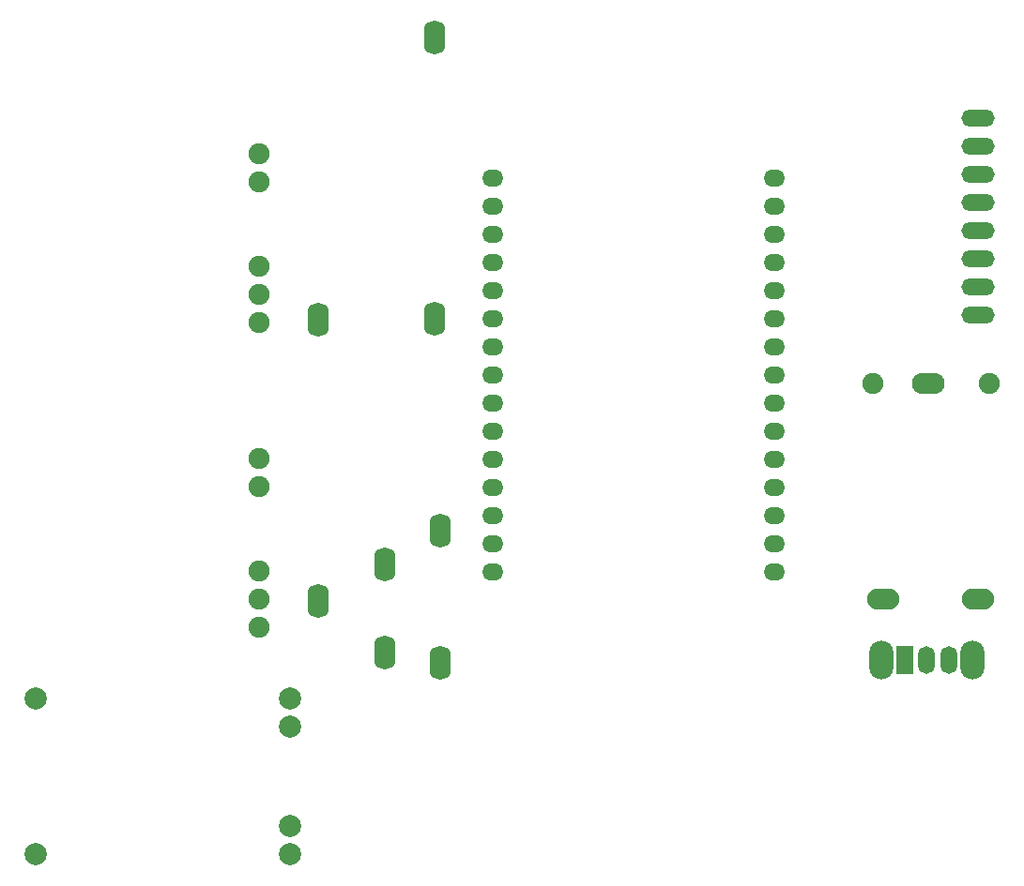
<source format=gbr>
%TF.GenerationSoftware,KiCad,Pcbnew,9.0.1*%
%TF.CreationDate,2025-05-14T15:59:23+08:00*%
%TF.ProjectId,emgPCB,656d6750-4342-42e6-9b69-6361645f7063,rev?*%
%TF.SameCoordinates,Original*%
%TF.FileFunction,Copper,L2,Bot*%
%TF.FilePolarity,Positive*%
%FSLAX46Y46*%
G04 Gerber Fmt 4.6, Leading zero omitted, Abs format (unit mm)*
G04 Created by KiCad (PCBNEW 9.0.1) date 2025-05-14 15:59:23*
%MOMM*%
%LPD*%
G01*
G04 APERTURE LIST*
G04 Aperture macros list*
%AMRoundRect*
0 Rectangle with rounded corners*
0 $1 Rounding radius*
0 $2 $3 $4 $5 $6 $7 $8 $9 X,Y pos of 4 corners*
0 Add a 4 corners polygon primitive as box body*
4,1,4,$2,$3,$4,$5,$6,$7,$8,$9,$2,$3,0*
0 Add four circle primitives for the rounded corners*
1,1,$1+$1,$2,$3*
1,1,$1+$1,$4,$5*
1,1,$1+$1,$6,$7*
1,1,$1+$1,$8,$9*
0 Add four rect primitives between the rounded corners*
20,1,$1+$1,$2,$3,$4,$5,0*
20,1,$1+$1,$4,$5,$6,$7,0*
20,1,$1+$1,$6,$7,$8,$9,0*
20,1,$1+$1,$8,$9,$2,$3,0*%
G04 Aperture macros list end*
%TA.AperFunction,ComponentPad*%
%ADD10RoundRect,0.799900X0.150100X-0.700100X0.150100X0.700100X-0.150100X0.700100X-0.150100X-0.700100X0*%
%TD*%
%TA.AperFunction,ComponentPad*%
%ADD11RoundRect,0.799900X-0.150100X0.700100X-0.150100X-0.700100X0.150100X-0.700100X0.150100X0.700100X0*%
%TD*%
%TA.AperFunction,ComponentPad*%
%ADD12O,1.900000X1.524000*%
%TD*%
%TA.AperFunction,ComponentPad*%
%ADD13O,2.200000X3.500000*%
%TD*%
%TA.AperFunction,ComponentPad*%
%ADD14R,1.500000X2.500000*%
%TD*%
%TA.AperFunction,ComponentPad*%
%ADD15O,1.500000X2.500000*%
%TD*%
%TA.AperFunction,ComponentPad*%
%ADD16O,2.905000X1.905000*%
%TD*%
%TA.AperFunction,ComponentPad*%
%ADD17C,1.905000*%
%TD*%
%TA.AperFunction,ComponentPad*%
%ADD18O,2.952500X1.905000*%
%TD*%
%TA.AperFunction,ComponentPad*%
%ADD19C,2.000000*%
%TD*%
%TA.AperFunction,ComponentPad*%
%ADD20O,3.000000X1.500000*%
%TD*%
G04 APERTURE END LIST*
D10*
%TO.P,R4,2*%
%TO.N,Net-(BC1-VOUT-)*%
X140000000Y-50300000D03*
%TO.P,R4,1*%
%TO.N,Net-(EMG_v2--Vs)*%
X140000000Y-75700000D03*
%TD*%
D11*
%TO.P,R3,1*%
%TO.N,Net-(EMG_v2-+Vs)*%
X129500000Y-75800000D03*
%TO.P,R3,2*%
%TO.N,Net-(BC1-VOUT+)*%
X129500000Y-101200000D03*
%TD*%
%TO.P,R1,1*%
%TO.N,Net-(EMG_v1--Vs)*%
X140500000Y-94785000D03*
%TO.P,R1,2*%
%TO.N,Net-(BC1-VOUT-)*%
X140500000Y-106723000D03*
%TD*%
D10*
%TO.P,R2,1*%
%TO.N,Net-(BC1-GND)*%
X135519500Y-105853000D03*
%TO.P,R2,2*%
%TO.N,Net-(EMG_v1-GND-Pad1)*%
X135519500Y-97853000D03*
%TD*%
D12*
%TO.P,U1,1,VIN*%
%TO.N,Net-(BC1-VOUT+)*%
X145252460Y-98500000D03*
%TO.P,U1,16,3.3v*%
%TO.N,unconnected-(U1-3.3v-Pad16)*%
X170652460Y-98500000D03*
%TO.P,U1,2,GND*%
%TO.N,Net-(EMG_v1-GND-Pad1)*%
X145252460Y-95960000D03*
%TO.P,U1,17,GND*%
%TO.N,unconnected-(U1-GND-Pad17)*%
X170652460Y-95960000D03*
%TO.P,U1,3,GPIO13*%
%TO.N,unconnected-(U1-GPIO13-Pad3)*%
X145252460Y-93420000D03*
%TO.P,U1,18,GPIO15*%
%TO.N,unconnected-(U1-GPIO15-Pad18)*%
X170652460Y-93420000D03*
%TO.P,U1,4,GPIO12*%
%TO.N,unconnected-(U1-GPIO12-Pad4)*%
X145252460Y-90880000D03*
%TO.P,U1,19,GPIO2*%
%TO.N,unconnected-(U1-GPIO2-Pad19)*%
X170652460Y-90880000D03*
%TO.P,U1,5,GPIO14*%
%TO.N,unconnected-(U1-GPIO14-Pad5)*%
X145252460Y-88340000D03*
%TO.P,U1,20,GPIO4*%
%TO.N,unconnected-(U1-GPIO4-Pad20)*%
X170652460Y-88340000D03*
%TO.P,U1,6,GPIO27*%
%TO.N,unconnected-(U1-GPIO27-Pad6)*%
X145252460Y-85800000D03*
%TO.P,U1,21,GPIO16*%
%TO.N,unconnected-(U1-GPIO16-Pad21)*%
X170652460Y-85800000D03*
%TO.P,U1,7,GPIO26*%
%TO.N,unconnected-(U1-GPIO26-Pad7)*%
X145252460Y-83260000D03*
%TO.P,U1,22,GPIO17*%
%TO.N,unconnected-(U1-GPIO17-Pad22)*%
X170652460Y-83260000D03*
%TO.P,U1,8,GPIO25*%
%TO.N,unconnected-(U1-GPIO25-Pad8)*%
X145252460Y-80720000D03*
%TO.P,U1,23,GPIO5*%
%TO.N,unconnected-(U1-GPIO5-Pad23)*%
X170652460Y-80720000D03*
%TO.P,U1,9,GPIO33*%
%TO.N,unconnected-(U1-GPIO33-Pad9)*%
X145252460Y-78180000D03*
%TO.P,U1,24,GPIO18*%
%TO.N,unconnected-(U1-GPIO18-Pad24)*%
X170652460Y-78180000D03*
%TO.P,U1,10,GPIO32*%
%TO.N,Net-(EMG_v1-SIG)*%
X145252460Y-75640000D03*
%TO.P,U1,25,GPIO19*%
%TO.N,unconnected-(U1-GPIO19-Pad25)*%
X170652460Y-75640000D03*
%TO.P,U1,11,GPIO35*%
%TO.N,unconnected-(U1-GPIO35-Pad11)*%
X145252460Y-73100000D03*
%TO.P,U1,26,GPIO21*%
%TO.N,Net-(U1-GPIO21)*%
X170652460Y-73100000D03*
%TO.P,U1,12,GPIO34*%
%TO.N,Net-(EMG_v2-SIG)*%
X145252460Y-70560000D03*
%TO.P,U1,27,GPIO3*%
%TO.N,unconnected-(U1-GPIO3-Pad27)*%
X170652460Y-70560000D03*
%TO.P,U1,13,GPIO39*%
%TO.N,unconnected-(U1-GPIO39-Pad13)*%
X145252460Y-68020000D03*
%TO.P,U1,28,GPIO1*%
%TO.N,unconnected-(U1-GPIO1-Pad28)*%
X170652460Y-68020000D03*
%TO.P,U1,14,GPIO36*%
%TO.N,unconnected-(U1-GPIO36-Pad14)*%
X145252460Y-65480000D03*
%TO.P,U1,29,GPIO22*%
%TO.N,Net-(U1-GPIO22)*%
X170652460Y-65480000D03*
%TO.P,U1,15,EN*%
%TO.N,unconnected-(U1-EN-Pad15)*%
X145252460Y-62940000D03*
%TO.P,U1,30,GPIO23*%
%TO.N,unconnected-(U1-GPIO23-Pad30)*%
X170652460Y-62940000D03*
%TD*%
D13*
%TO.P,SW1,*%
%TO.N,*%
X180300000Y-106500000D03*
X188500000Y-106500000D03*
D14*
%TO.P,SW1,1,A*%
%TO.N,Net-(SW1A-A)*%
X182400000Y-106500000D03*
D15*
%TO.P,SW1,2,B*%
%TO.N,Net-(BC1-VIN+)*%
X184400000Y-106500000D03*
%TO.P,SW1,3*%
%TO.N,N/C*%
X186400000Y-106500000D03*
%TD*%
D16*
%TO.P,BC1,1,VIN+*%
%TO.N,Net-(BC1-VIN+)*%
X180500000Y-101000000D03*
%TO.P,BC1,2,VIN-*%
%TO.N,Net-(BC1-VIN-)*%
X189000000Y-101000000D03*
D17*
%TO.P,BC1,3,VOUT+*%
%TO.N,Net-(BC1-VOUT+)*%
X179500000Y-81500000D03*
%TO.P,BC1,4,VOUT-*%
%TO.N,Net-(BC1-VOUT-)*%
X190000000Y-81500000D03*
D18*
%TO.P,BC1,5,GND*%
%TO.N,Net-(BC1-GND)*%
X184523750Y-81500000D03*
%TD*%
D17*
%TO.P,EMG_v2,1,GND*%
%TO.N,Net-(EMG_v1-GND-Pad1)*%
X124200500Y-60759800D03*
%TO.P,EMG_v2,2,SIG*%
%TO.N,Net-(EMG_v2-SIG)*%
X124200500Y-63299800D03*
%TO.P,EMG_v2,3,-Vs*%
%TO.N,Net-(EMG_v2--Vs)*%
X124200500Y-70919800D03*
%TO.P,EMG_v2,4,GND*%
%TO.N,Net-(EMG_v1-GND-Pad1)*%
X124200500Y-73459800D03*
%TO.P,EMG_v2,5,+Vs*%
%TO.N,Net-(EMG_v2-+Vs)*%
X124200500Y-75999800D03*
%TD*%
%TO.P,EMG_v1,1,GND*%
%TO.N,Net-(EMG_v1-GND-Pad1)*%
X124200500Y-88259800D03*
%TO.P,EMG_v1,2,SIG*%
%TO.N,Net-(EMG_v1-SIG)*%
X124200500Y-90799800D03*
%TO.P,EMG_v1,3,-Vs*%
%TO.N,Net-(EMG_v1--Vs)*%
X124200500Y-98419800D03*
%TO.P,EMG_v1,4,GND*%
%TO.N,Net-(EMG_v1-GND-Pad1)*%
X124200500Y-100959800D03*
%TO.P,EMG_v1,5,+Vs*%
%TO.N,Net-(BC1-VOUT+)*%
X124200500Y-103499800D03*
%TD*%
D19*
%TO.P,TP4056_1,4,BAT-*%
%TO.N,Net-(BT1--)*%
X127000000Y-121460000D03*
%TO.P,TP4056_1,3,BAT+*%
%TO.N,Net-(BT1-+)*%
X127000000Y-112540000D03*
%TO.P,TP4056_1,6,OUT-*%
%TO.N,Net-(BC1-VIN-)*%
X127000000Y-124000000D03*
%TO.P,TP4056_1,5,OUT+*%
%TO.N,Net-(SW1A-A)*%
X127000000Y-110000000D03*
%TO.P,TP4056_1,2,IN-*%
%TO.N,unconnected-(TP4056_1-IN--Pad2)*%
X104000000Y-124000000D03*
%TO.P,TP4056_1,1,IN+*%
%TO.N,unconnected-(TP4056_1-IN+-Pad1)*%
X104000000Y-110000000D03*
%TD*%
D20*
%TO.P,ACC1,AD0,AD0*%
%TO.N,unconnected-(ACC1-PadAD0)*%
X189000000Y-60127400D03*
%TO.P,ACC1,GND,GND*%
%TO.N,Net-(BC1-GND)*%
X189000000Y-72827400D03*
%TO.P,ACC1,INT,INT*%
%TO.N,unconnected-(ACC1-PadINT)*%
X189000000Y-57587400D03*
%TO.P,ACC1,SCL,SCL*%
%TO.N,Net-(U1-GPIO22)*%
X189000000Y-70287400D03*
%TO.P,ACC1,SDA,SDA*%
%TO.N,Net-(U1-GPIO21)*%
X189000000Y-67747400D03*
%TO.P,ACC1,VCC,VCC*%
%TO.N,Net-(BC1-VOUT+)*%
X189000000Y-75367400D03*
%TO.P,ACC1,XCL,XCL*%
%TO.N,unconnected-(ACC1-PadXCL)*%
X189000000Y-62667400D03*
%TO.P,ACC1,XDA,XDA*%
%TO.N,unconnected-(ACC1-PadXDA)*%
X189000000Y-65207400D03*
%TD*%
M02*

</source>
